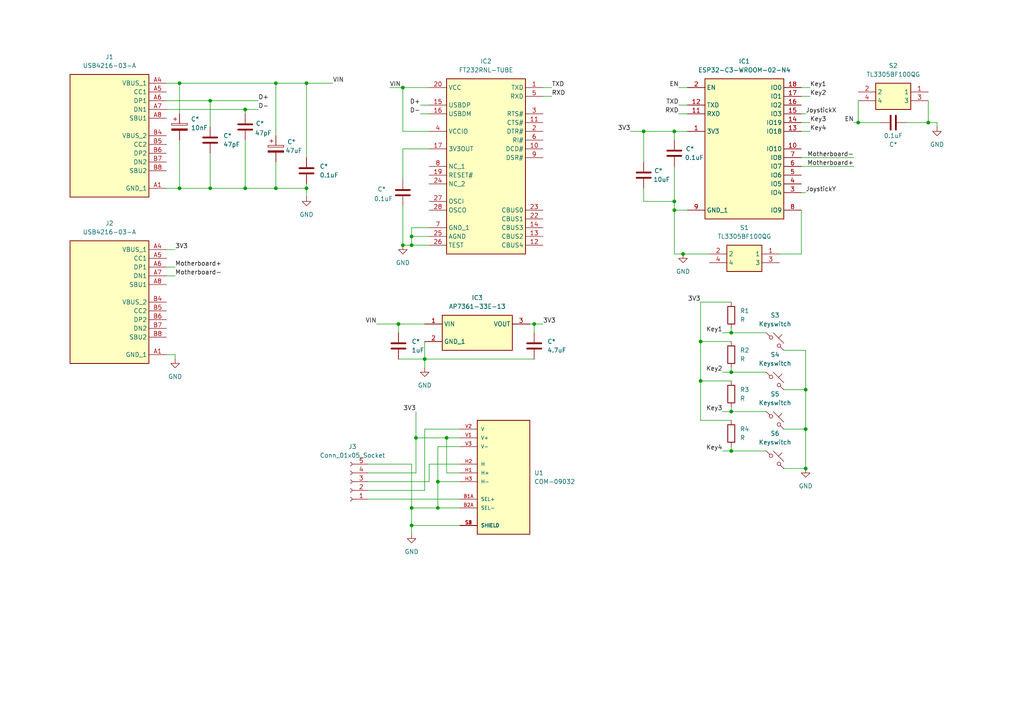
<source format=kicad_sch>
(kicad_sch (version 20250114) (generator "eeschema") (generator_version "9.0")
  (paper "A4")
  (lib_symbols
    (symbol "AP7361-33E-13:AP7361-33E-13"
      (property "Reference" "IC3" (at 15.24 7.62 0))
      (property "Value" "AP7361-33E-13" (at 15.24 5.08 0))
      (symbol "AP7361-33E-13_1_1"
        (rectangle (start 5.08 2.54) (end 25.4 -7.62) (stroke (width 0.254)) (fill (type background)))
        (pin passive line (at 0 0 0) (length 5.08) (name "VIN") (number "1"))
        (pin passive line (at 0 -5.08 0) (length 5.08) (name "GND_1") (number "2"))
        (pin passive line (at 0 -5.08 0) (length 5.08) (hide yes) (name "GND_2") (number "4"))
        (pin passive line (at 30.48 0 180) (length 5.08) (name "VOUT") (number "3"))
      )
    )
    (symbol "COM-09032:COM-09032" (pin_names (offset 1.016))
      (property "Reference" "U" (at -7.62 16.002 0))
      (property "Value" "COM-09032" (at -7.62 -20.32 0))
      (symbol "COM-09032_0_0"
        (rectangle (start -7.62 -17.78) (end 7.62 15.24) (stroke (width 0.254)) (fill (type background)))
        (pin passive line (at -12.7 12.7 0) (length 5.08) (name "V") (number "V2"))
        (pin passive line (at -12.7 10.16 0) (length 5.08) (name "V+") (number "V1"))
        (pin passive line (at -12.7 7.62 0) (length 5.08) (name "V-") (number "V3"))
        (pin passive line (at -12.7 2.54 0) (length 5.08) (name "H") (number "H2"))
        (pin passive line (at -12.7 0 0) (length 5.08) (name "H+") (number "H1"))
        (pin passive line (at -12.7 -2.54 0) (length 5.08) (name "H-") (number "H3"))
        (pin passive line (at -12.7 -7.62 0) (length 5.08) (name "SEL+") (number "B1A"))
        (pin passive line (at -12.7 -10.16 0) (length 5.08) (name "SEL-") (number "B2A"))
        (pin passive line (at -12.7 -15.24 0) (length 5.08) (name "SHIELD") (number "S1"))
        (pin passive line (at -12.7 -15.24 0) (length 5.08) (name "SHIELD") (number "S2"))
        (pin passive line (at -12.7 -15.24 0) (length 5.08) (name "SHIELD") (number "S3"))
        (pin passive line (at -12.7 -15.24 0) (length 5.08) (name "SHIELD") (number "S4"))
      )
    )
    (symbol "C_1" (pin_numbers (hide yes)) (pin_names (offset 0.254))
      (property "Reference" "C" (at 0.635 2.54 0))
      (property "Value" "C" (at 0.635 -2.54 0))
      (symbol "C_1_0_1"
        (polyline (pts (xy -2.032 0.762) (xy 2.032 0.762)) (stroke (width 0.508)))
        (polyline (pts (xy -2.032 -0.762) (xy 2.032 -0.762)) (stroke (width 0.508)))
      )
      (symbol "C_1_1_1"
        (pin passive line (at 0 3.81 270) (length 2.794) (name "~") (number "1"))
        (pin passive line (at 0 -3.81 90) (length 2.794) (name "~") (number "2"))
      )
    )
    (symbol "Connector:Conn_01x05_Socket" (pin_names (offset 1.016) (hide yes))
      (property "Reference" "J" (at 0 7.62 0))
      (property "Value" "Conn_01x05_Socket" (at 0 -7.62 0))
      (symbol "Conn_01x05_Socket_1_1"
        (polyline (pts (xy -1.27 5.08) (xy -0.508 5.08)) (stroke (width 0.1524)))
        (polyline (pts (xy -1.27 2.54) (xy -0.508 2.54)) (stroke (width 0.1524)))
        (polyline (pts (xy -1.27 0) (xy -0.508 0)) (stroke (width 0.1524)))
        (polyline (pts (xy -1.27 -2.54) (xy -0.508 -2.54)) (stroke (width 0.1524)))
        (polyline (pts (xy -1.27 -5.08) (xy -0.508 -5.08)) (stroke (width 0.1524)))
        (arc (start 0 4.572) (mid -0.5058 5.08) (end 0 5.588) (stroke (width 0.1524)))
        (arc (start 0 2.032) (mid -0.5058 2.54) (end 0 3.048) (stroke (width 0.1524)))
        (arc (start 0 -0.508) (mid -0.5058 0) (end 0 0.508) (stroke (width 0.1524)))
        (arc (start 0 -3.048) (mid -0.5058 -2.54) (end 0 -2.032) (stroke (width 0.1524)))
        (arc (start 0 -5.588) (mid -0.5058 -5.08) (end 0 -4.572) (stroke (width 0.1524)))
        (pin passive line (at -5.08 5.08 0) (length 3.81) (name "Pin_1") (number "1"))
        (pin passive line (at -5.08 2.54 0) (length 3.81) (name "Pin_2") (number "2"))
        (pin passive line (at -5.08 0 0) (length 3.81) (name "Pin_3") (number "3"))
        (pin passive line (at -5.08 -2.54 0) (length 3.81) (name "Pin_4") (number "4"))
        (pin passive line (at -5.08 -5.08 0) (length 3.81) (name "Pin_5") (number "5"))
      )
    )
    (symbol "Device:C" (pin_numbers (hide yes)) (pin_names (offset 0.254))
      (property "Reference" "C1" (at 6.35 0 90))
      (property "Value" "C" (at 3.81 0 90))
      (symbol "C_0_1"
        (polyline (pts (xy -2.032 0.762) (xy 2.032 0.762)) (stroke (width 0.508)))
        (polyline (pts (xy -2.032 -0.762) (xy 2.032 -0.762)) (stroke (width 0.508)))
      )
      (symbol "C_1_1"
        (pin passive line (at 0 3.81 270) (length 2.794) (name "~") (number "1"))
        (pin passive line (at 0 -3.81 90) (length 2.794) (name "~") (number "2"))
      )
    )
    (symbol "Device:C_Polarized" (pin_numbers (hide yes)) (pin_names (offset 0.254))
      (property "Reference" "C" (at 0.635 2.54 0))
      (property "Value" "C_Polarized" (at 0.635 -2.54 0))
      (symbol "C_Polarized_0_1"
        (rectangle (start -2.286 0.508) (end 2.286 1.016))
        (polyline (pts (xy -1.778 2.286) (xy -0.762 2.286)))
        (polyline (pts (xy -1.27 2.794) (xy -1.27 1.778)))
        (rectangle (start 2.286 -0.508) (end -2.286 -1.016) (fill (type outline)))
      )
      (symbol "C_Polarized_1_1"
        (pin passive line (at 0 3.81 270) (length 2.794) (name "~") (number "1"))
        (pin passive line (at 0 -3.81 90) (length 2.794) (name "~") (number "2"))
      )
    )
    (symbol "Device:R" (pin_numbers (hide yes)) (pin_names (offset 0))
      (property "Reference" "R" (at 2.032 0 90))
      (property "Value" "R" (at 0 0 90))
      (symbol "R_0_1"
        (rectangle (start -1.016 -2.54) (end 1.016 2.54) (stroke (width 0.254)))
      )
      (symbol "R_1_1"
        (pin passive line (at 0 3.81 270) (length 1.27) (name "~") (number "1"))
        (pin passive line (at 0 -3.81 90) (length 1.27) (name "~") (number "2"))
      )
    )
    (symbol "ESP32-C3-WROOM-02-N4:ESP32-C3-WROOM-02-N4"
      (property "Reference" "IC1" (at 16.51 7.62 0))
      (property "Value" "ESP32-C3-WROOM-02-N4" (at 16.51 5.08 0))
      (symbol "ESP32-C3-WROOM-02-N4_1_1"
        (rectangle (start 5.08 2.54) (end 27.94 -38.1) (stroke (width 0.254)) (fill (type background)))
        (pin input line (at 0 0 0) (length 5.08) (name "EN") (number "2"))
        (pin passive line (at 0 -5.08 0) (length 5.08) (name "TXD") (number "12"))
        (pin passive line (at 0 -7.62 0) (length 5.08) (name "RXD") (number "11"))
        (pin power_in line (at 0 -12.7 0) (length 5.08) (name "3V3") (number "1"))
        (pin power_out line (at 0 -35.56 0) (length 5.08) (hide yes) (name "GND_2") (number "19"))
        (pin power_out line (at 0 -35.56 0) (length 5.08) (hide yes) (name "GND_3") (number "20"))
        (pin power_out line (at 0 -35.56 0) (length 5.08) (hide yes) (name "GND_4") (number "21"))
        (pin power_out line (at 0 -35.56 0) (length 5.08) (hide yes) (name "GND_5") (number "22"))
        (pin power_out line (at 0 -35.56 0) (length 5.08) (hide yes) (name "GND_6") (number "23"))
        (pin power_out line (at 0 -35.56 0) (length 5.08) (hide yes) (name "GND_7") (number "24"))
        (pin power_out line (at 0 -35.56 0) (length 5.08) (hide yes) (name "GND_8") (number "25"))
        (pin power_out line (at 0 -35.56 0) (length 5.08) (hide yes) (name "GND_9") (number "26"))
        (pin power_out line (at 0 -35.56 0) (length 5.08) (hide yes) (name "GND_10") (number "27"))
        (pin power_out line (at 0 -35.56 0) (length 5.08) (name "GND_1") (number "9"))
        (pin passive line (at 33.02 0 180) (length 5.08) (name "IO0") (number "18"))
        (pin passive line (at 33.02 -2.54 180) (length 5.08) (name "IO1") (number "17"))
        (pin passive line (at 33.02 -5.08 180) (length 5.08) (name "IO2") (number "16"))
        (pin passive line (at 33.02 -7.62 180) (length 5.08) (name "IO3") (number "15"))
        (pin passive line (at 33.02 -10.16 180) (length 5.08) (name "IO19") (number "14"))
        (pin passive line (at 33.02 -12.7 180) (length 5.08) (name "IO18") (number "13"))
        (pin passive line (at 33.02 -17.78 180) (length 5.08) (name "IO10") (number "10"))
        (pin passive line (at 33.02 -20.32 180) (length 5.08) (name "IO8") (number "7"))
        (pin passive line (at 33.02 -22.86 180) (length 5.08) (name "IO7") (number "6"))
        (pin passive line (at 33.02 -25.4 180) (length 5.08) (name "IO6") (number "5"))
        (pin passive line (at 33.02 -27.94 180) (length 5.08) (name "IO5") (number "4"))
        (pin passive line (at 33.02 -30.48 180) (length 5.08) (name "IO4") (number "3"))
        (pin passive line (at 33.02 -35.56 180) (length 5.08) (name "IO9") (number "8"))
      )
    )
    (symbol "FT232RNL-TUBE:FT232RNL-TUBE"
      (property "Reference" "IC2" (at 16.51 7.62 0))
      (property "Value" "FT232RNL-TUBE" (at 16.51 5.08 0))
      (symbol "FT232RNL-TUBE_1_1"
        (rectangle (start 5.08 2.54) (end 27.94 -48.26) (stroke (width 0.254)) (fill (type background)))
        (pin passive line (at 0 0 0) (length 5.08) (name "VCC") (number "20"))
        (pin passive line (at 0 -5.08 0) (length 5.08) (name "USBDP") (number "15"))
        (pin passive line (at 0 -7.62 0) (length 5.08) (name "USBDM") (number "16"))
        (pin passive line (at 0 -12.7 0) (length 5.08) (name "VCCIO") (number "4"))
        (pin passive line (at 0 -17.78 0) (length 5.08) (name "3V3OUT") (number "17"))
        (pin passive line (at 0 -22.86 0) (length 5.08) (name "NC_1") (number "8"))
        (pin passive line (at 0 -25.4 0) (length 5.08) (name "RESET#") (number "19"))
        (pin passive line (at 0 -27.94 0) (length 5.08) (name "NC_2") (number "24"))
        (pin passive line (at 0 -33.02 0) (length 5.08) (name "OSCI") (number "27"))
        (pin passive line (at 0 -35.56 0) (length 5.08) (name "OSCO") (number "28"))
        (pin passive line (at 0 -40.64 0) (length 5.08) (hide yes) (name "GND_2") (number "18"))
        (pin passive line (at 0 -40.64 0) (length 5.08) (hide yes) (name "GND_3") (number "21"))
        (pin passive line (at 0 -40.64 0) (length 5.08) (name "GND_1") (number "7"))
        (pin passive line (at 0 -43.18 0) (length 5.08) (name "AGND") (number "25"))
        (pin passive line (at 0 -45.72 0) (length 5.08) (name "TEST") (number "26"))
        (pin passive line (at 33.02 0 180) (length 5.08) (name "TXD") (number "1"))
        (pin passive line (at 33.02 -2.54 180) (length 5.08) (name "RXD") (number "5"))
        (pin passive line (at 33.02 -7.62 180) (length 5.08) (name "RTS#") (number "3"))
        (pin passive line (at 33.02 -10.16 180) (length 5.08) (name "CTS#") (number "11"))
        (pin passive line (at 33.02 -12.7 180) (length 5.08) (name "DTR#") (number "2"))
        (pin passive line (at 33.02 -15.24 180) (length 5.08) (name "RI#") (number "6"))
        (pin passive line (at 33.02 -17.78 180) (length 5.08) (name "DCD#") (number "10"))
        (pin passive line (at 33.02 -20.32 180) (length 5.08) (name "DSR#") (number "9"))
        (pin passive line (at 33.02 -35.56 180) (length 5.08) (name "CBUS0") (number "23"))
        (pin passive line (at 33.02 -38.1 180) (length 5.08) (name "CBUS1") (number "22"))
        (pin passive line (at 33.02 -40.64 180) (length 5.08) (name "CBUS3") (number "14"))
        (pin passive line (at 33.02 -43.18 180) (length 5.08) (name "CBUS2") (number "13"))
        (pin passive line (at 33.02 -45.72 180) (length 5.08) (name "CBUS4") (number "12"))
      )
    )
    (symbol "ScottoKeebs:Placeholder_Keyswitch" (pin_numbers (hide yes)) (pin_names (offset 1.016) (hide yes))
      (property "Reference" "S" (at 3.048 1.016 0))
      (property "Value" "Keyswitch" (at 0 -3.81 0))
      (symbol "Placeholder_Keyswitch_0_1"
        (polyline (pts (xy -2.54 2.54) (xy -1.524 1.524) (xy -1.524 1.524)))
        (circle (center -1.1684 1.1684) (radius 0.508))
        (polyline (pts (xy -0.508 2.54) (xy 2.54 -0.508)))
        (polyline (pts (xy 1.016 1.016) (xy 2.032 2.032)))
        (circle (center 1.143 -1.1938) (radius 0.508))
        (polyline (pts (xy 1.524 -1.524) (xy 2.54 -2.54) (xy 2.54 -2.54) (xy 2.54 -2.54)))
        (pin passive line (at -2.54 2.54 0) (length 0) (name "1") (number "1"))
        (pin passive line (at 2.54 -2.54 180) (length 0) (name "2") (number "2"))
      )
    )
    (symbol "TL3305BF100QG:TL3305BF100QG"
      (property "Reference" "S" (at 16.51 7.62 0))
      (property "Value" "TL3305BF100QG" (at 16.51 5.08 0))
      (symbol "TL3305BF100QG_1_1"
        (rectangle (start 5.08 2.54) (end 15.24 -5.08) (stroke (width 0.254)) (fill (type background)))
        (pin passive line (at 0 0 0) (length 5.08) (name "3") (number "3"))
        (pin passive line (at 0 -2.54 0) (length 5.08) (name "1") (number "1"))
        (pin passive line (at 20.32 0 180) (length 5.08) (name "4") (number "4"))
        (pin passive line (at 20.32 -2.54 180) (length 5.08) (name "2") (number "2"))
      )
    )
    (symbol "USB4216-03-A:USB4216-03-A"
      (property "Reference" "J1" (at 16.51 7.62 0))
      (property "Value" "USB4216-03-A" (at 16.51 5.08 0))
      (symbol "USB4216-03-A_1_1"
        (rectangle (start 5.08 2.54) (end 27.94 -33.02) (stroke (width 0.254)) (fill (type background)))
        (pin passive line (at 33.02 0 180) (length 5.08) (name "VBUS_1") (number "A4"))
        (pin passive line (at 33.02 -2.54 180) (length 5.08) (name "CC1") (number "A5"))
        (pin passive line (at 33.02 -5.08 180) (length 5.08) (name "DP1") (number "A6"))
        (pin passive line (at 33.02 -7.62 180) (length 5.08) (name "DN1") (number "A7"))
        (pin passive line (at 33.02 -10.16 180) (length 5.08) (name "SBU1") (number "A8"))
        (pin passive line (at 33.02 -15.24 180) (length 5.08) (name "VBUS_2") (number "B4"))
        (pin passive line (at 33.02 -17.78 180) (length 5.08) (name "CC2") (number "B5"))
        (pin passive line (at 33.02 -20.32 180) (length 5.08) (name "DP2") (number "B6"))
        (pin passive line (at 33.02 -22.86 180) (length 5.08) (name "DN2") (number "B7"))
        (pin passive line (at 33.02 -25.4 180) (length 5.08) (name "SBU2") (number "B8"))
        (pin passive line (at 33.02 -30.48 180) (length 5.08) (name "GND_1") (number "A1"))
        (pin passive line (at 33.02 -30.48 180) (length 5.08) (hide yes) (name "GND_2") (number "B1"))
        (pin passive line (at 33.02 -30.48 180) (length 5.08) (hide yes) (name "GND_3") (number "G1"))
        (pin passive line (at 33.02 -30.48 180) (length 5.08) (hide yes) (name "GND_4") (number "G2"))
        (pin passive line (at 33.02 -30.48 180) (length 5.08) (hide yes) (name "GND_5") (number "G3"))
        (pin passive line (at 33.02 -30.48 180) (length 5.08) (hide yes) (name "GND_6") (number "G4"))
      )
    )
    (symbol "power:GND" (power) (pin_numbers (hide yes)) (pin_names (offset 0) (hide yes))
      (property "Value" "GND" (at 0 -3.81 0))
      (symbol "GND_0_1"
        (polyline (pts (xy 0 0) (xy 0 -1.27) (xy 1.27 -1.27) (xy 0 -2.54) (xy -1.27 -1.27) (xy 0 -1.27)))
      )
      (symbol "GND_1_1"
        (pin power_in line (at 0 0 270) (length 0) (name "~") (number "1"))
      )
    )
  )
  (junction (at 127 147.32))
  (junction (at 80.01 24.13))
  (junction (at 212.09 107.95))
  (junction (at 195.58 60.96))
  (junction (at 52.07 24.13))
  (junction (at 195.58 38.1))
  (junction (at 212.09 119.38))
  (junction (at 212.09 130.81))
  (junction (at 186.69 38.1))
  (junction (at 195.58 58.42))
  (junction (at 127 139.7))
  (junction (at 71.12 54.61))
  (junction (at 233.68 135.89))
  (junction (at 123.19 104.14))
  (junction (at 233.68 124.46))
  (junction (at 60.96 54.61))
  (junction (at 203.2 99.06))
  (junction (at 198.12 73.66))
  (junction (at 203.2 110.49))
  (junction (at 120.65 127))
  (junction (at 129.54 127))
  (junction (at 269.24 35.56))
  (junction (at 60.96 29.21))
  (junction (at 212.09 96.52))
  (junction (at 116.84 71.12))
  (junction (at 88.9 24.13))
  (junction (at 119.38 152.4))
  (junction (at 116.84 25.4))
  (junction (at 80.01 54.61))
  (junction (at 71.12 31.75))
  (junction (at 88.9 54.61))
  (junction (at 119.38 68.58))
  (junction (at 233.68 113.03))
  (junction (at 154.94 93.98))
  (junction (at 248.92 35.56))
  (junction (at 115.57 93.98))
  (junction (at 119.38 147.32))
  (junction (at 52.07 54.61))
  (junction (at 119.38 71.12))
  (wire (pts (xy 124.46 68.58) (xy 119.38 68.58)))
  (wire (pts (xy 271.78 35.56) (xy 269.24 35.56)))
  (wire (pts (xy 195.58 58.42) (xy 195.58 60.96)))
  (wire (pts (xy 80.01 54.61) (xy 71.12 54.61)))
  (wire (pts (xy 195.58 73.66) (xy 198.12 73.66)))
  (wire (pts (xy 48.26 24.13) (xy 52.07 24.13)))
  (wire (pts (xy 52.07 24.13) (xy 52.07 33.02)))
  (wire (pts (xy 212.09 107.95) (xy 222.25 107.95)))
  (wire (pts (xy 227.33 113.03) (xy 233.68 113.03)))
  (wire (pts (xy 269.24 29.21) (xy 269.24 35.56)))
  (wire (pts (xy 88.9 54.61) (xy 80.01 54.61)))
  (wire (pts (xy 203.2 99.06) (xy 212.09 99.06)))
  (wire (pts (xy 212.09 96.52) (xy 222.25 96.52)))
  (wire (pts (xy 196.85 25.4) (xy 199.39 25.4)))
  (wire (pts (xy 116.84 25.4) (xy 124.46 25.4)))
  (wire (pts (xy 80.01 24.13) (xy 80.01 39.37)))
  (wire (pts (xy 106.68 144.78) (xy 133.35 144.78)))
  (wire (pts (xy 88.9 24.13) (xy 96.52 24.13)))
  (wire (pts (xy 133.35 127) (xy 129.54 127)))
  (wire (pts (xy 119.38 66.04) (xy 119.38 68.58)))
  (wire (pts (xy 212.09 130.81) (xy 222.25 130.81)))
  (wire (pts (xy 127 139.7) (xy 133.35 139.7)))
  (wire (pts (xy 119.38 152.4) (xy 133.35 152.4)))
  (wire (pts (xy 133.35 124.46) (xy 123.19 124.46)))
  (wire (pts (xy 232.41 45.72) (xy 247.65 45.72)))
  (wire (pts (xy 50.8 102.87) (xy 50.8 104.14)))
  (wire (pts (xy 232.41 38.1) (xy 234.95 38.1)))
  (wire (pts (xy 227.33 135.89) (xy 233.68 135.89)))
  (wire (pts (xy 113.03 25.4) (xy 116.84 25.4)))
  (wire (pts (xy 195.58 60.96) (xy 199.39 60.96)))
  (wire (pts (xy 133.35 134.62) (xy 124.46 134.62)))
  (wire (pts (xy 248.92 29.21) (xy 248.92 35.56)))
  (wire (pts (xy 186.69 58.42) (xy 195.58 58.42)))
  (wire (pts (xy 203.2 87.63) (xy 203.2 99.06)))
  (wire (pts (xy 116.84 59.69) (xy 116.84 71.12)))
  (wire (pts (xy 116.84 52.07) (xy 116.84 43.18)))
  (wire (pts (xy 233.68 124.46) (xy 233.68 135.89)))
  (wire (pts (xy 232.41 33.02) (xy 233.68 33.02)))
  (wire (pts (xy 116.84 43.18) (xy 124.46 43.18)))
  (wire (pts (xy 48.26 77.47) (xy 50.8 77.47)))
  (wire (pts (xy 232.41 48.26) (xy 247.65 48.26)))
  (wire (pts (xy 52.07 40.64) (xy 52.07 54.61)))
  (wire (pts (xy 198.12 73.66) (xy 205.74 73.66)))
  (wire (pts (xy 60.96 54.61) (xy 71.12 54.61)))
  (wire (pts (xy 48.26 54.61) (xy 52.07 54.61)))
  (wire (pts (xy 48.26 31.75) (xy 71.12 31.75)))
  (wire (pts (xy 195.58 48.26) (xy 195.58 58.42)))
  (wire (pts (xy 80.01 24.13) (xy 88.9 24.13)))
  (wire (pts (xy 157.48 25.4) (xy 160.02 25.4)))
  (wire (pts (xy 120.65 119.38) (xy 120.65 127)))
  (wire (pts (xy 212.09 118.11) (xy 212.09 119.38)))
  (wire (pts (xy 232.41 25.4) (xy 234.95 25.4)))
  (wire (pts (xy 119.38 134.62) (xy 119.38 147.32)))
  (wire (pts (xy 232.41 35.56) (xy 234.95 35.56)))
  (wire (pts (xy 116.84 38.1) (xy 116.84 25.4)))
  (wire (pts (xy 123.19 99.06) (xy 123.19 104.14)))
  (wire (pts (xy 127 129.54) (xy 127 139.7)))
  (wire (pts (xy 153.67 93.98) (xy 154.94 93.98)))
  (wire (pts (xy 157.48 27.94) (xy 160.02 27.94)))
  (wire (pts (xy 209.55 130.81) (xy 212.09 130.81)))
  (wire (pts (xy 123.19 124.46) (xy 123.19 142.24)))
  (wire (pts (xy 48.26 80.01) (xy 50.8 80.01)))
  (wire (pts (xy 123.19 106.68) (xy 123.19 104.14)))
  (wire (pts (xy 60.96 29.21) (xy 74.93 29.21)))
  (wire (pts (xy 124.46 38.1) (xy 116.84 38.1)))
  (wire (pts (xy 60.96 44.45) (xy 60.96 54.61)))
  (wire (pts (xy 196.85 33.02) (xy 199.39 33.02)))
  (wire (pts (xy 52.07 54.61) (xy 60.96 54.61)))
  (wire (pts (xy 233.68 101.6) (xy 233.68 113.03)))
  (wire (pts (xy 115.57 104.14) (xy 123.19 104.14)))
  (wire (pts (xy 123.19 93.98) (xy 115.57 93.98)))
  (wire (pts (xy 129.54 127) (xy 129.54 137.16)))
  (wire (pts (xy 124.46 66.04) (xy 119.38 66.04)))
  (wire (pts (xy 48.26 29.21) (xy 60.96 29.21)))
  (wire (pts (xy 127 139.7) (xy 127 147.32)))
  (wire (pts (xy 120.65 127) (xy 120.65 137.16)))
  (wire (pts (xy 271.78 35.56) (xy 271.78 36.83)))
  (wire (pts (xy 106.68 137.16) (xy 120.65 137.16)))
  (wire (pts (xy 123.19 142.24) (xy 106.68 142.24)))
  (wire (pts (xy 227.33 124.46) (xy 233.68 124.46)))
  (wire (pts (xy 71.12 40.64) (xy 71.12 54.61)))
  (wire (pts (xy 88.9 54.61) (xy 88.9 57.15)))
  (wire (pts (xy 262.89 35.56) (xy 269.24 35.56)))
  (wire (pts (xy 203.2 110.49) (xy 203.2 121.92)))
  (wire (pts (xy 154.94 93.98) (xy 157.48 93.98)))
  (wire (pts (xy 127 147.32) (xy 133.35 147.32)))
  (wire (pts (xy 119.38 147.32) (xy 127 147.32)))
  (wire (pts (xy 186.69 54.61) (xy 186.69 58.42)))
  (wire (pts (xy 116.84 71.12) (xy 119.38 71.12)))
  (wire (pts (xy 196.85 30.48) (xy 199.39 30.48)))
  (wire (pts (xy 88.9 53.34) (xy 88.9 54.61)))
  (wire (pts (xy 233.68 113.03) (xy 233.68 124.46)))
  (wire (pts (xy 232.41 73.66) (xy 232.41 60.96)))
  (wire (pts (xy 248.92 35.56) (xy 255.27 35.56)))
  (wire (pts (xy 212.09 121.92) (xy 203.2 121.92)))
  (wire (pts (xy 133.35 137.16) (xy 129.54 137.16)))
  (wire (pts (xy 119.38 147.32) (xy 119.38 152.4)))
  (wire (pts (xy 195.58 38.1) (xy 195.58 40.64)))
  (wire (pts (xy 226.06 73.66) (xy 232.41 73.66)))
  (wire (pts (xy 212.09 129.54) (xy 212.09 130.81)))
  (wire (pts (xy 209.55 96.52) (xy 212.09 96.52)))
  (wire (pts (xy 186.69 38.1) (xy 186.69 46.99)))
  (wire (pts (xy 227.33 101.6) (xy 233.68 101.6)))
  (wire (pts (xy 212.09 119.38) (xy 222.25 119.38)))
  (wire (pts (xy 71.12 31.75) (xy 71.12 33.02)))
  (wire (pts (xy 203.2 87.63) (xy 212.09 87.63)))
  (wire (pts (xy 232.41 55.88) (xy 233.68 55.88)))
  (wire (pts (xy 209.55 107.95) (xy 212.09 107.95)))
  (wire (pts (xy 109.22 93.98) (xy 115.57 93.98)))
  (wire (pts (xy 106.68 134.62) (xy 119.38 134.62)))
  (wire (pts (xy 121.92 33.02) (xy 124.46 33.02)))
  (wire (pts (xy 52.07 24.13) (xy 80.01 24.13)))
  (wire (pts (xy 115.57 93.98) (xy 115.57 96.52)))
  (wire (pts (xy 203.2 99.06) (xy 203.2 110.49)))
  (wire (pts (xy 154.94 93.98) (xy 154.94 96.52)))
  (wire (pts (xy 123.19 104.14) (xy 154.94 104.14)))
  (wire (pts (xy 133.35 129.54) (xy 127 129.54)))
  (wire (pts (xy 124.46 71.12) (xy 119.38 71.12)))
  (wire (pts (xy 71.12 31.75) (xy 74.93 31.75)))
  (wire (pts (xy 124.46 134.62) (xy 124.46 139.7)))
  (wire (pts (xy 209.55 119.38) (xy 212.09 119.38)))
  (wire (pts (xy 60.96 29.21) (xy 60.96 36.83)))
  (wire (pts (xy 124.46 139.7) (xy 106.68 139.7)))
  (wire (pts (xy 186.69 38.1) (xy 195.58 38.1)))
  (wire (pts (xy 129.54 127) (xy 120.65 127)))
  (wire (pts (xy 88.9 24.13) (xy 88.9 45.72)))
  (wire (pts (xy 80.01 46.99) (xy 80.01 54.61)))
  (wire (pts (xy 232.41 27.94) (xy 234.95 27.94)))
  (wire (pts (xy 195.58 60.96) (xy 195.58 73.66)))
  (wire (pts (xy 247.65 35.56) (xy 248.92 35.56)))
  (wire (pts (xy 121.92 30.48) (xy 124.46 30.48)))
  (wire (pts (xy 48.26 102.87) (xy 50.8 102.87)))
  (wire (pts (xy 212.09 96.52) (xy 212.09 95.25)))
  (wire (pts (xy 119.38 68.58) (xy 119.38 71.12)))
  (wire (pts (xy 203.2 110.49) (xy 212.09 110.49)))
  (wire (pts (xy 212.09 106.68) (xy 212.09 107.95)))
  (wire (pts (xy 119.38 152.4) (xy 119.38 154.94)))
  (wire (pts (xy 48.26 72.39) (xy 50.8 72.39)))
  (wire (pts (xy 182.88 38.1) (xy 186.69 38.1)))
  (wire (pts (xy 199.39 38.1) (xy 195.58 38.1)))
  (label "JoystickX" (at 233.68 33.02 0))
  (label "Key4" (at 209.55 130.81 180))
  (label "Motherboard-" (at 247.65 45.72 180))
  (label "TXD" (at 196.85 30.48 180))
  (label "VIN" (at 113.03 25.4 0))
  (label "Motherboard-" (at 50.8 80.01 0))
  (label "JoystickY" (at 233.68 55.88 0))
  (label "Key2" (at 234.95 27.94 0))
  (label "EN" (at 247.65 35.56 180))
  (label "3V3" (at 182.88 38.1 180))
  (label "TXD" (at 160.02 25.4 0))
  (label "3V3" (at 120.65 119.38 180))
  (label "Key2" (at 209.55 107.95 180))
  (label "3V3" (at 157.48 93.98 0))
  (label "VIN" (at 109.22 93.98 180))
  (label "D+" (at 121.92 30.48 180))
  (label "RXD" (at 196.85 33.02 180))
  (label "Motherboard+" (at 247.65 48.26 180))
  (label "Key3" (at 209.55 119.38 180))
  (label "D+" (at 74.93 29.21 0))
  (label "Motherboard+" (at 50.8 77.47 0))
  (label "3V3" (at 203.2 87.63 180))
  (label "Key1" (at 209.55 96.52 180))
  (label "VIN" (at 96.52 24.13 0))
  (label "EN" (at 196.85 25.4 180))
  (label "RXD" (at 160.02 27.94 0))
  (label "D-" (at 121.92 33.02 180))
  (label "Key4" (at 234.95 38.1 0))
  (label "Key3" (at 234.95 35.56 0))
  (label "D-" (at 74.93 31.75 0))
  (label "3V3" (at 50.8 72.39 0))
  (label "Key1" (at 234.95 25.4 0))
  (symbol (lib_id "TL3305BF100QG:TL3305BF100QG") (at 226.06 76.2 180) (unit 1)
    (property "Reference" "S1" (at 215.9 66.04 0))
    (property "Value" "TL3305BF100QG" (at 215.9 68.58 0))
    (property "Footprint" "TL3305BF160QG" (effects (hide yes)))
    (property "Datasheet" "https://configured-product-images.s3.amazonaws.com/2D/specs/TL3305BF100QG.pdf" (effects (hide yes)))
    (property "Description" "TACT, 50mA, 12VDC SPST-NO, Off-(On) Surface Mount" (effects (hide yes)))
    (property "Mouser Part Number" "612-TL3305BF100QG" (effects (hide yes)))
    (property "Mouser Price/Stock" "https://www.mouser.co.uk/ProductDetail/E-Switch/TL3305BF100QG?qs=IKkN%2F947nfDIPwqPQja%252BvQ%3D%3D" (effects (hide yes)))
    (property "Manufacturer_Name" "E-Switch" (effects (hide yes)))
    (property "Manufacturer_Part_Number" "TL3305BF100QG" (effects (hide yes)))
  )
  (symbol (lib_id "ScottoKeebs:Placeholder_Keyswitch") (at 224.79 110.49 0) (unit 1)
    (property "Reference" "S4" (at 224.79 102.87 0))
    (property "Value" "Keyswitch" (at 224.79 105.41 0))
    (property "Description" "Push button switch, normally open, two pins, 45° tilted" (effects (hide yes)))
  )
  (symbol (lib_id "USB4216-03-A:USB4216-03-A") (at 15.24 72.39 0) (unit 1)
    (property "Reference" "J2" (at 31.75 64.77 0))
    (property "Value" "USB4216-03-A" (at 31.75 67.31 0))
    (property "Footprint" "USB421603A" (effects (hide yes)))
    (property "Description" "USB Connectors USB C Receptacle, Short Body, USB2.0, 16Pin, Horizontal, SMT" (effects (hide yes)))
    (property "Manufacturer_Name" "GCT (GLOBAL CONNECTOR TECHNOLOGY)" (effects (hide yes)))
    (property "Manufacturer_Part_Number" "USB4216-03-A" (effects (hide yes)))
  )
  (symbol (lib_id "Device:C") (at 259.08 35.56 270) (unit 1)
    (property "Reference" "C*" (at 259.08 41.91 90))
    (property "Value" "0.1uF" (at 259.08 39.37 90))
    (property "Description" "Unpolarized capacitor" (effects (hide yes)))
  )
  (symbol (lib_id "Device:C_Polarized") (at 80.01 43.18 0) (unit 1)
    (property "Reference" "C*" (at 83.312 41.148 0) (effects (justify left)))
    (property "Value" "47uF" (at 82.804 43.688 0) (effects (justify left)))
    (property "Description" "Polarized capacitor" (effects (hide yes)))
  )
  (symbol (lib_id "TL3305BF100QG:TL3305BF100QG") (at 269.24 29.21 180) (unit 1)
    (property "Reference" "S2" (at 259.08 19.05 0))
    (property "Value" "TL3305BF100QG" (at 259.08 21.59 0))
    (property "Footprint" "TL3305BF160QG" (effects (hide yes)))
    (property "Datasheet" "https://configured-product-images.s3.amazonaws.com/2D/specs/TL3305BF100QG.pdf" (effects (hide yes)))
    (property "Description" "TACT, 50mA, 12VDC SPST-NO, Off-(On) Surface Mount" (effects (hide yes)))
    (property "Mouser Part Number" "612-TL3305BF100QG" (effects (hide yes)))
    (property "Mouser Price/Stock" "https://www.mouser.co.uk/ProductDetail/E-Switch/TL3305BF100QG?qs=IKkN%2F947nfDIPwqPQja%252BvQ%3D%3D" (effects (hide yes)))
    (property "Manufacturer_Name" "E-Switch" (effects (hide yes)))
    (property "Manufacturer_Part_Number" "TL3305BF100QG" (effects (hide yes)))
  )
  (symbol (lib_id "Device:R") (at 212.09 114.3 0) (unit 1)
    (property "Reference" "R3" (at 214.63 113.0299 0) (effects (justify left)))
    (property "Value" "R" (at 214.63 115.5699 0) (effects (justify left)))
    (property "Description" "Resistor" (effects (hide yes)))
  )
  (symbol (lib_id "AP7361-33E-13:AP7361-33E-13") (at 123.19 93.98 0) (unit 1)
    (property "Reference" "IC3" (at 138.43 86.36 0))
    (property "Value" "AP7361-33E-13" (at 138.43 88.9 0))
    (property "Footprint" "SOT230P700X180-4N" (effects (hide yes)))
    (property "Datasheet" "https://www.diodes.com//assets/Datasheets/AP7361.pdf" (effects (hide yes)))
    (property "Description" "DiodesZetex AP7361-33E-13, LDO Voltage Regulator, 1A, 3.3 V +/-2%, 2.2  6 Vin, 3+Tab-Pin SOT-223" (effects (hide yes)))
    (property "Height" "1.8" (effects (hide yes)))
    (property "Mouser Part Number" "621-AP7361-33E-13" (effects (hide yes)))
    (property "Mouser Price/Stock" "https://www.mouser.co.uk/ProductDetail/Diodes-Incorporated/AP7361-33E-13?qs=gfe7vQ8txpWtbSNeblwOwA%3D%3D" (effects (hide yes)))
    (property "Manufacturer_Name" "Diodes Incorporated" (effects (hide yes)))
    (property "Manufacturer_Part_Number" "AP7361-33E-13" (effects (hide yes)))
  )
  (symbol (lib_id "power:GND") (at 198.12 73.66 0) (unit 1)
    (property "Reference" "#PWR04" (effects (hide yes)))
    (property "Value" "GND" (at 198.12 78.74 0))
    (property "Description" "Power symbol creates a global label with name \"GND\" , ground" (effects (hide yes)))
  )
  (symbol (lib_name "C_1") (lib_id "Device:C") (at 186.69 50.8 0) (unit 1)
    (property "Reference" "C*" (at 189.738 49.53 0) (effects (justify left)))
    (property "Value" "10uF" (at 189.484 52.07 0) (effects (justify left)))
    (property "Description" "Unpolarized capacitor" (effects (hide yes)))
  )
  (symbol (lib_name "C_1") (lib_id "Device:C") (at 88.9 49.53 0) (unit 1)
    (property "Reference" "C*" (at 92.71 48.2599 0) (effects (justify left)))
    (property "Value" "0.1uF" (at 92.71 50.7999 0) (effects (justify left)))
    (property "Description" "Unpolarized capacitor" (effects (hide yes)))
  )
  (symbol (lib_id "power:GND") (at 233.68 135.89 0) (unit 1)
    (property "Reference" "#PWR07" (effects (hide yes)))
    (property "Value" "GND" (at 233.68 140.97 0))
    (property "Description" "Power symbol creates a global label with name \"GND\" , ground" (effects (hide yes)))
  )
  (symbol (lib_id "USB4216-03-A:USB4216-03-A") (at 15.24 24.13 0) (unit 1)
    (property "Reference" "J1" (at 31.75 16.51 0))
    (property "Value" "USB4216-03-A" (at 31.75 19.05 0))
    (property "Footprint" "USB421603A" (effects (hide yes)))
    (property "Description" "USB Connectors USB C Receptacle, Short Body, USB2.0, 16Pin, Horizontal, SMT" (effects (hide yes)))
    (property "Manufacturer_Name" "GCT (GLOBAL CONNECTOR TECHNOLOGY)" (effects (hide yes)))
    (property "Manufacturer_Part_Number" "USB4216-03-A" (effects (hide yes)))
  )
  (symbol (lib_id "power:GND") (at 271.78 36.83 0) (unit 1)
    (property "Reference" "#PWR01" (effects (hide yes)))
    (property "Value" "GND" (at 271.78 41.91 0))
    (property "Description" "Power symbol creates a global label with name \"GND\" , ground" (effects (hide yes)))
  )
  (symbol (lib_id "ESP32-C3-WROOM-02-N4:ESP32-C3-WROOM-02-N4") (at 199.39 25.4 0) (unit 1)
    (property "Reference" "IC1" (at 215.9 17.78 0))
    (property "Value" "ESP32-C3-WROOM-02-N4" (at 215.9 20.32 0))
    (property "Footprint" "ESP32C3WROOM02N4" (effects (hide yes)))
    (property "Datasheet" "https://www.mouser.ch/datasheet/2/891/Espressif_ESP32_C3_WROOM_02-2006871.pdf" (effects (hide yes)))
    (property "Description" "WiFi Modules (802.11) (Engineering Samples) SMD module, ESP32-C3, 4MB SPI flash, PCB antenna, -40 C +85 C" (effects (hide yes)))
    (property "Height" "3.35" (effects (hide yes)))
    (property "Mouser Part Number" "356-ESP32C3WROOM02N4" (effects (hide yes)))
    (property "Mouser Price/Stock" "https://www.mouser.co.uk/ProductDetail/Espressif-Systems/ESP32-C3-WROOM-02-N4?qs=stqOd1AaK7%2FqjTZKEOgfUg%3D%3D" (effects (hide yes)))
    (property "Manufacturer_Name" "Espressif Systems" (effects (hide yes)))
    (property "Manufacturer_Part_Number" "ESP32-C3-WROOM-02-N4" (effects (hide yes)))
  )
  (symbol (lib_id "power:GND") (at 119.38 154.94 0) (unit 1)
    (property "Reference" "#PWR08" (effects (hide yes)))
    (property "Value" "GND" (at 119.38 160.02 0))
    (property "Description" "Power symbol creates a global label with name \"GND\" , ground" (effects (hide yes)))
  )
  (symbol (lib_name "C_1") (lib_id "Device:C") (at 71.12 36.83 0) (unit 1)
    (property "Reference" "C*" (at 74.168 35.814 0) (effects (justify left)))
    (property "Value" "47pF" (at 73.914 38.608 0) (effects (justify left)))
    (property "Description" "Unpolarized capacitor" (effects (hide yes)))
  )
  (symbol (lib_id "COM-09032:COM-09032") (at 146.05 137.16 0) (unit 1)
    (property "Reference" "U1" (at 154.94 137.1599 0) (effects (justify left)))
    (property "Value" "COM-09032" (at 154.94 139.6999 0) (effects (justify left)))
    (property "Footprint" "COM-09032:XDCR_COM-09032" (effects (hide yes)))
    (property "MF" "SparkFun Electronics" (effects (hide yes)))
    (property "MAXIMUM_PACKAGE_HEIGHT" "30.1mm" (effects (hide yes)))
    (property "Package" "Package" (effects (hide yes)))
    (property "Price" "None" (effects (hide yes)))
    (property "Check_prices" "https://www.snapeda.com/parts/COM-09032/SparkFun/view-part/?ref=eda" (effects (hide yes)))
    (property "STANDARD" "Manufacturer Recommendations" (effects (hide yes)))
    (property "PARTREV" "N/A" (effects (hide yes)))
    (property "SnapEDA_Link" "https://www.snapeda.com/parts/COM-09032/SparkFun/view-part/?ref=snap" (effects (hide yes)))
    (property "MP" "COM-09032" (effects (hide yes)))
    (property "Description_1" "Joystick, 2 - Axis Analog (Resistive) Output" (effects (hide yes)))
    (property "Availability" "In Stock" (effects (hide yes)))
    (property "MANUFACTURER" "SparkFun Electronics" (effects (hide yes)))
  )
  (symbol (lib_id "Device:C_Polarized") (at 52.07 36.83 0) (unit 1)
    (property "Reference" "C*" (at 55.372 34.544 0) (effects (justify left)))
    (property "Value" "10nF" (at 55.372 37.084 0) (effects (justify left)))
    (property "Description" "Polarized capacitor" (effects (hide yes)))
  )
  (symbol (lib_name "C_1") (lib_id "Device:C") (at 60.96 40.64 0) (unit 1)
    (property "Reference" "C*" (at 64.77 39.3699 0) (effects (justify left)))
    (property "Value" "47pF" (at 64.77 41.9099 0) (effects (justify left)))
    (property "Description" "Unpolarized capacitor" (effects (hide yes)))
  )
  (symbol (lib_name "C_1") (lib_id "Device:C") (at 154.94 100.33 0) (unit 1)
    (property "Reference" "C*" (at 158.75 99.0599 0) (effects (justify left)))
    (property "Value" "4.7uF" (at 158.75 101.5999 0) (effects (justify left)))
    (property "Description" "Unpolarized capacitor" (effects (hide yes)))
  )
  (symbol (lib_id "power:GND") (at 88.9 57.15 0) (unit 1)
    (property "Reference" "#PWR03" (effects (hide yes)))
    (property "Value" "GND" (at 88.9 62.23 0))
    (property "Description" "Power symbol creates a global label with name \"GND\" , ground" (effects (hide yes)))
  )
  (symbol (lib_id "FT232RNL-TUBE:FT232RNL-TUBE") (at 124.46 25.4 0) (unit 1)
    (property "Reference" "IC2" (at 140.97 17.78 0))
    (property "Value" "FT232RNL-TUBE" (at 140.97 20.32 0))
    (property "Footprint" "SOP65P780X200-28N" (effects (hide yes)))
    (property "Datasheet" "https://ftdichip.com/wp-content/uploads/2023/03/DS_FT232RN.pdf" (effects (hide yes)))
    (property "Description" "USB Interface IC USB Full Speed to Serial UART IC, Includes Oscillator and EEPROM, SSOP-28" (effects (hide yes)))
    (property "Height" "2" (effects (hide yes)))
    (property "Mouser Part Number" "895-FT232RNL-TUBE" (effects (hide yes)))
    (property "Mouser Price/Stock" "https://www.mouser.co.uk/ProductDetail/FTDI/FT232RNL-TUBE?qs=By6Nw2ByBD3n6DWgWW3egA%3D%3D" (effects (hide yes)))
    (property "Manufacturer_Name" "FTDI Chip" (effects (hide yes)))
    (property "Manufacturer_Part_Number" "FT232RNL-TUBE" (effects (hide yes)))
  )
  (symbol (lib_id "Device:R") (at 212.09 102.87 0) (unit 1)
    (property "Reference" "R2" (at 214.63 101.5999 0) (effects (justify left)))
    (property "Value" "R" (at 214.63 104.1399 0) (effects (justify left)))
    (property "Description" "Resistor" (effects (hide yes)))
  )
  (symbol (lib_id "power:GND") (at 123.19 106.68 0) (unit 1)
    (property "Reference" "#PWR05" (effects (hide yes)))
    (property "Value" "GND" (at 123.19 111.76 0))
    (property "Description" "Power symbol creates a global label with name \"GND\" , ground" (effects (hide yes)))
  )
  (symbol (lib_id "power:GND") (at 50.8 104.14 0) (unit 1)
    (property "Reference" "#PWR06" (effects (hide yes)))
    (property "Value" "GND" (at 50.8 109.22 0))
    (property "Description" "Power symbol creates a global label with name \"GND\" , ground" (effects (hide yes)))
  )
  (symbol (lib_name "C_1") (lib_id "Device:C") (at 116.84 55.88 0) (unit 1)
    (property "Reference" "C*" (at 109.474 54.864 0) (effects (justify left)))
    (property "Value" "0.1uF" (at 108.458 57.658 0) (effects (justify left)))
    (property "Description" "Unpolarized capacitor" (effects (hide yes)))
  )
  (symbol (lib_id "ScottoKeebs:Placeholder_Keyswitch") (at 224.79 121.92 0) (unit 1)
    (property "Reference" "S5" (at 224.79 114.3 0))
    (property "Value" "Keyswitch" (at 224.79 116.84 0))
    (property "Description" "Push button switch, normally open, two pins, 45° tilted" (effects (hide yes)))
  )
  (symbol (lib_name "C_1") (lib_id "Device:C") (at 195.58 44.45 0) (unit 1)
    (property "Reference" "C*" (at 198.882 43.18 0) (effects (justify left)))
    (property "Value" "0.1uF" (at 198.628 45.72 0) (effects (justify left)))
    (property "Description" "Unpolarized capacitor" (effects (hide yes)))
  )
  (symbol (lib_id "Device:R") (at 212.09 125.73 0) (unit 1)
    (property "Reference" "R4" (at 214.63 124.4599 0) (effects (justify left)))
    (property "Value" "R" (at 214.63 126.9999 0) (effects (justify left)))
    (property "Description" "Resistor" (effects (hide yes)))
  )
  (symbol (lib_id "Device:R") (at 212.09 91.44 0) (unit 1)
    (property "Reference" "R1" (at 214.63 90.1699 0) (effects (justify left)))
    (property "Value" "R" (at 214.63 92.7099 0) (effects (justify left)))
    (property "Description" "Resistor" (effects (hide yes)))
  )
  (symbol (lib_id "ScottoKeebs:Placeholder_Keyswitch") (at 224.79 99.06 0) (unit 1)
    (property "Reference" "S3" (at 224.79 91.44 0))
    (property "Value" "Keyswitch" (at 224.79 93.98 0))
    (property "Description" "Push button switch, normally open, two pins, 45° tilted" (effects (hide yes)))
  )
  (symbol (lib_id "ScottoKeebs:Placeholder_Keyswitch") (at 224.79 133.35 0) (unit 1)
    (property "Reference" "S6" (at 224.79 125.73 0))
    (property "Value" "Keyswitch" (at 224.79 128.27 0))
    (property "Description" "Push button switch, normally open, two pins, 45° tilted" (effects (hide yes)))
  )
  (symbol (lib_name "C_1") (lib_id "Device:C") (at 115.57 100.33 0) (unit 1)
    (property "Reference" "C*" (at 119.38 99.0599 0) (effects (justify left)))
    (property "Value" "1uF" (at 119.38 101.5999 0) (effects (justify left)))
    (property "Description" "Unpolarized capacitor" (effects (hide yes)))
  )
  (symbol (lib_id "Connector:Conn_01x05_Socket") (at 101.6 139.7 180) (unit 1)
    (property "Reference" "J3" (at 102.235 129.54 0))
    (property "Value" "Conn_01x05_Socket" (at 102.235 132.08 0))
    (property "Description" "Generic connector, single row, 01x05, script generated" (effects (hide yes)))
  )
  (symbol (lib_id "power:GND") (at 116.84 71.12 0) (unit 1)
    (property "Reference" "#PWR02" (effects (hide yes)))
    (property "Value" "GND" (at 116.84 76.2 0))
    (property "Description" "Power symbol creates a global label with name \"GND\" , ground" (effects (hide yes)))
  )
)
</source>
